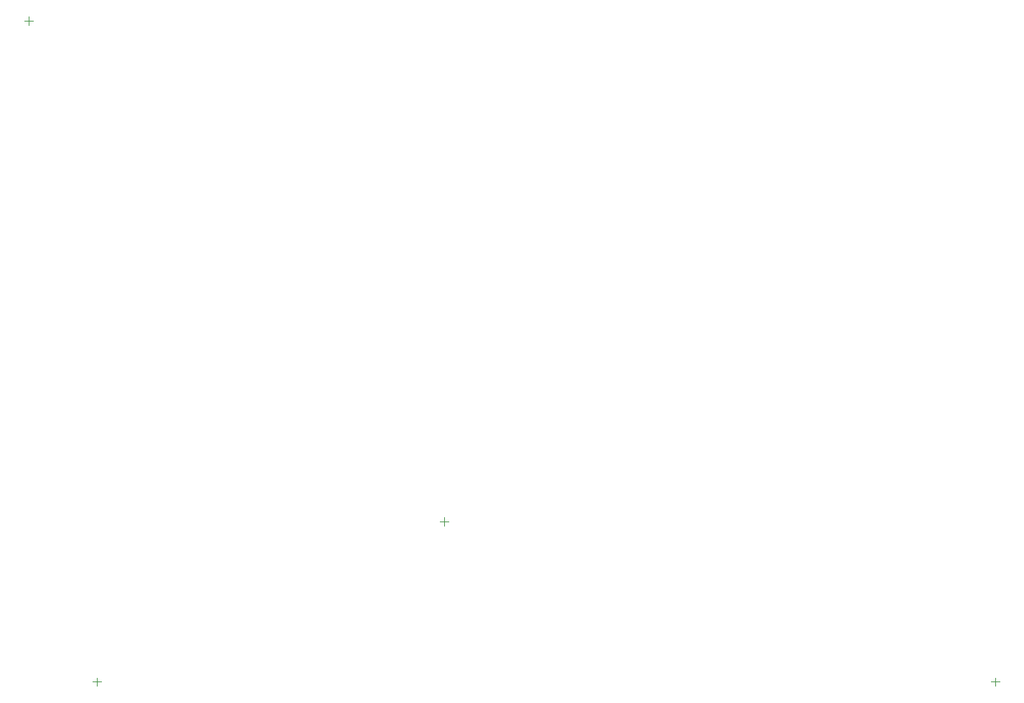
<source format=gbr>
%TF.GenerationSoftware,Altium Limited,Altium Designer,24.3.1 (35)*%
G04 Layer_Color=8388736*
%FSLAX45Y45*%
%MOMM*%
%TF.SameCoordinates,844131A9-2E1B-4A61-BE1F-69DE975881E6*%
%TF.FilePolarity,Positive*%
%TF.FileFunction,Other,Top_Component_Center*%
%TF.Part,Single*%
G01*
G75*
%TA.AperFunction,NonConductor*%
%ADD96C,0.10000*%
%ADD97C,0.05000*%
D96*
X5550700Y2590800D02*
X5650700D01*
X5600700Y2540800D02*
Y2640800D01*
D97*
X650000Y8500000D02*
X750000D01*
X700000Y8450000D02*
Y8550000D01*
X12050000Y700000D02*
X12150000D01*
X12100000Y650000D02*
Y750000D01*
X1450000Y700000D02*
X1550000D01*
X1500000Y650000D02*
Y750000D01*
%TF.MD5,d64e44ece92a257452f3f9056f31c6f7*%
M02*

</source>
